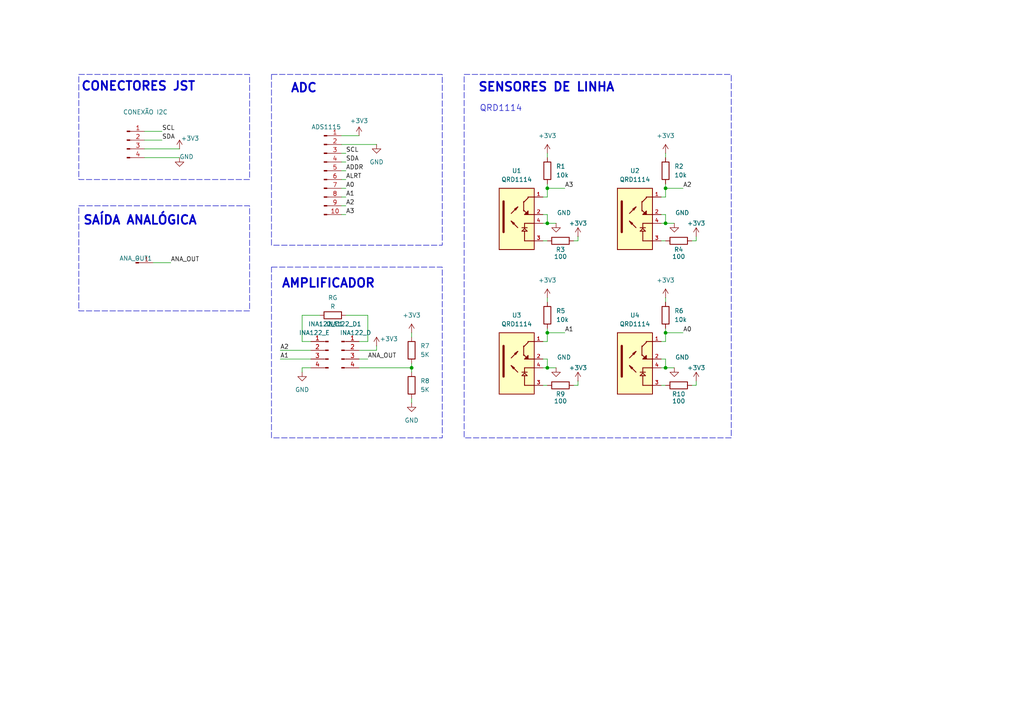
<source format=kicad_sch>
(kicad_sch (version 20231120) (generator "eeschema") (generator_version "8.0")
  (paper "A4")
  (title_block (title "Placa de Sensor BitDogSegue") (date "2024-10-07") (rev "Fruett") (company "FEEC - UNICAMP") (comment 1 "EA076 - Labotarório de Sistemas Embarcados") (comment 2 "RAs: 183451 e 219064") (comment 3 "Nomes: Eduardo Pereira Tejada e José Augusto Braga"))
  (lib_symbols
    (symbol "Connector:Conn_01x01_Pin" (pin_names (offset 1.016) hide)
      (property "Reference" "J" (at 0 2.54 0))
      (property "Value" "Conn_01x01_Pin" (at 0 -2.54 0))
      (symbol "Conn_01x01_Pin_1_1"
        (polyline (pts (xy 1.27 0) (xy 0.8636 0)) (stroke (width 0.1524)))
        (rectangle (start 0.8636 0.127) (end 0 -0.127) (stroke (width 0.1524)) (fill (type outline)))
        (pin passive line (at 5.08 0 180) (length 3.81) (name "Pin_1") (number "1"))
      )
    )
    (symbol "Connector:Conn_01x04_Pin" (pin_names (offset 1.016) hide)
      (property "Reference" "J" (at 0 5.08 0))
      (property "Value" "Conn_01x04_Pin" (at 0 -7.62 0))
      (symbol "Conn_01x04_Pin_1_1"
        (polyline (pts (xy 1.27 -5.08) (xy 0.8636 -5.08)) (stroke (width 0.1524)))
        (polyline (pts (xy 1.27 -2.54) (xy 0.8636 -2.54)) (stroke (width 0.1524)))
        (polyline (pts (xy 1.27 0) (xy 0.8636 0)) (stroke (width 0.1524)))
        (polyline (pts (xy 1.27 2.54) (xy 0.8636 2.54)) (stroke (width 0.1524)))
        (rectangle (start 0.8636 -4.953) (end 0 -5.207) (stroke (width 0.1524)) (fill (type outline)))
        (rectangle (start 0.8636 -2.413) (end 0 -2.667) (stroke (width 0.1524)) (fill (type outline)))
        (rectangle (start 0.8636 0.127) (end 0 -0.127) (stroke (width 0.1524)) (fill (type outline)))
        (rectangle (start 0.8636 2.667) (end 0 2.413) (stroke (width 0.1524)) (fill (type outline)))
        (pin passive line (at 5.08 2.54 180) (length 3.81) (name "Pin_1") (number "1"))
        (pin passive line (at 5.08 0 180) (length 3.81) (name "Pin_2") (number "2"))
        (pin passive line (at 5.08 -2.54 180) (length 3.81) (name "Pin_3") (number "3"))
        (pin passive line (at 5.08 -5.08 180) (length 3.81) (name "Pin_4") (number "4"))
      )
    )
    (symbol "Connector:Conn_01x10_Pin" (pin_names (offset 1.016) hide)
      (property "Reference" "J" (at 0 12.7 0))
      (property "Value" "Conn_01x10_Pin" (at 0 -15.24 0))
      (symbol "Conn_01x10_Pin_1_1"
        (polyline (pts (xy 1.27 -12.7) (xy 0.8636 -12.7)) (stroke (width 0.1524)))
        (polyline (pts (xy 1.27 -10.16) (xy 0.8636 -10.16)) (stroke (width 0.1524)))
        (polyline (pts (xy 1.27 -7.62) (xy 0.8636 -7.62)) (stroke (width 0.1524)))
        (polyline (pts (xy 1.27 -5.08) (xy 0.8636 -5.08)) (stroke (width 0.1524)))
        (polyline (pts (xy 1.27 -2.54) (xy 0.8636 -2.54)) (stroke (width 0.1524)))
        (polyline (pts (xy 1.27 0) (xy 0.8636 0)) (stroke (width 0.1524)))
        (polyline (pts (xy 1.27 2.54) (xy 0.8636 2.54)) (stroke (width 0.1524)))
        (polyline (pts (xy 1.27 5.08) (xy 0.8636 5.08)) (stroke (width 0.1524)))
        (polyline (pts (xy 1.27 7.62) (xy 0.8636 7.62)) (stroke (width 0.1524)))
        (polyline (pts (xy 1.27 10.16) (xy 0.8636 10.16)) (stroke (width 0.1524)))
        (rectangle (start 0.8636 -12.573) (end 0 -12.827) (stroke (width 0.1524)) (fill (type outline)))
        (rectangle (start 0.8636 -10.033) (end 0 -10.287) (stroke (width 0.1524)) (fill (type outline)))
        (rectangle (start 0.8636 -7.493) (end 0 -7.747) (stroke (width 0.1524)) (fill (type outline)))
        (rectangle (start 0.8636 -4.953) (end 0 -5.207) (stroke (width 0.1524)) (fill (type outline)))
        (rectangle (start 0.8636 -2.413) (end 0 -2.667) (stroke (width 0.1524)) (fill (type outline)))
        (rectangle (start 0.8636 0.127) (end 0 -0.127) (stroke (width 0.1524)) (fill (type outline)))
        (rectangle (start 0.8636 2.667) (end 0 2.413) (stroke (width 0.1524)) (fill (type outline)))
        (rectangle (start 0.8636 5.207) (end 0 4.953) (stroke (width 0.1524)) (fill (type outline)))
        (rectangle (start 0.8636 7.747) (end 0 7.493) (stroke (width 0.1524)) (fill (type outline)))
        (rectangle (start 0.8636 10.287) (end 0 10.033) (stroke (width 0.1524)) (fill (type outline)))
        (pin passive line (at 5.08 10.16 180) (length 3.81) (name "Pin_1") (number "1"))
        (pin passive line (at 5.08 -12.7 180) (length 3.81) (name "Pin_10") (number "10"))
        (pin passive line (at 5.08 7.62 180) (length 3.81) (name "Pin_2") (number "2"))
        (pin passive line (at 5.08 5.08 180) (length 3.81) (name "Pin_3") (number "3"))
        (pin passive line (at 5.08 2.54 180) (length 3.81) (name "Pin_4") (number "4"))
        (pin passive line (at 5.08 0 180) (length 3.81) (name "Pin_5") (number "5"))
        (pin passive line (at 5.08 -2.54 180) (length 3.81) (name "Pin_6") (number "6"))
        (pin passive line (at 5.08 -5.08 180) (length 3.81) (name "Pin_7") (number "7"))
        (pin passive line (at 5.08 -7.62 180) (length 3.81) (name "Pin_8") (number "8"))
        (pin passive line (at 5.08 -10.16 180) (length 3.81) (name "Pin_9") (number "9"))
      )
    )
    (symbol "Device:R" (pin_numbers hide) (pin_names (offset 0))
      (property "Reference" "R" (at 2.032 0 90))
      (property "Value" "R" (at 0 0 90))
      (symbol "R_0_1"
        (rectangle (start -1.016 -2.54) (end 1.016 2.54) (stroke (width 0.254)))
      )
      (symbol "R_1_1"
        (pin passive line (at 0 3.81 270) (length 1.27) (name "~") (number "1"))
        (pin passive line (at 0 -3.81 90) (length 1.27) (name "~") (number "2"))
      )
    )
    (symbol "QRD1114:QRD1114" (pin_names (offset 1.016))
      (property "Reference" "U" (at -5.08 10.795 0))
      (property "Value" "QRD1114" (at -5.08 -10.16 0))
      (symbol "QRD1114_0_0"
        (rectangle (start -5.08 -7.62) (end 5.08 10.16) (stroke (width 0.254)) (fill (type background)))
        (polyline (pts (xy -3.81 6.35) (xy -3.81 -2.54)) (stroke (width 0.635)))
        (polyline (pts (xy -1.5875 0.635) (xy -0.9525 -0.3175)) (stroke (width 0.254)))
        (polyline (pts (xy -1.5875 0.635) (xy -0.635 0)) (stroke (width 0.254)))
        (polyline (pts (xy -1.5875 2.8575) (xy 0.3175 4.7625)) (stroke (width 0.254)))
        (polyline (pts (xy 0.3175 -1.27) (xy -1.5875 0.635)) (stroke (width 0.254)))
        (polyline (pts (xy 0.3175 4.7625) (xy -0.635 4.1275)) (stroke (width 0.254)))
        (polyline (pts (xy 0.3175 4.7625) (xy -0.3175 3.81)) (stroke (width 0.254)))
        (polyline (pts (xy 2.032 3.81) (xy 2.032 3.556)) (stroke (width 0.254)))
        (polyline (pts (xy 2.032 3.81) (xy 3.302 2.54)) (stroke (width 0.254)))
        (polyline (pts (xy 2.032 6.096) (xy 2.032 3.81)) (stroke (width 0.254)))
        (polyline (pts (xy 2.032 6.096) (xy 2.032 6.35)) (stroke (width 0.254)))
        (polyline (pts (xy 2.286 -5.08) (xy 2.286 -2.286)) (stroke (width 0.254)))
        (polyline (pts (xy 2.286 -2.286) (xy 1.524 -2.286)) (stroke (width 0.254)))
        (polyline (pts (xy 2.286 -2.286) (xy 3.048 -2.286)) (stroke (width 0.254)))
        (polyline (pts (xy 2.286 -1.524) (xy 1.524 -2.286)) (stroke (width 0.254)))
        (polyline (pts (xy 2.286 -1.27) (xy 2.286 0)) (stroke (width 0.254)))
        (polyline (pts (xy 2.286 0) (xy 5.08 0)) (stroke (width 0.254)))
        (polyline (pts (xy 2.286 2.54) (xy 3.048 2.54)) (stroke (width 0.254)))
        (polyline (pts (xy 2.54 2.794) (xy 2.286 2.54)) (stroke (width 0.254)))
        (polyline (pts (xy 2.54 2.794) (xy 2.794 2.794)) (stroke (width 0.254)))
        (polyline (pts (xy 2.794 2.794) (xy 3.048 2.54)) (stroke (width 0.254)))
        (polyline (pts (xy 3.048 -2.286) (xy 2.286 -1.524)) (stroke (width 0.254)))
        (polyline (pts (xy 3.048 -1.27) (xy 1.524 -1.27)) (stroke (width 0.254)))
        (polyline (pts (xy 3.048 2.54) (xy 3.048 3.048)) (stroke (width 0.254)))
        (polyline (pts (xy 3.048 2.54) (xy 3.302 2.54)) (stroke (width 0.254)))
        (polyline (pts (xy 3.048 3.048) (xy 2.794 2.794)) (stroke (width 0.254)))
        (polyline (pts (xy 3.048 3.048) (xy 3.302 3.302)) (stroke (width 0.254)))
        (polyline (pts (xy 3.302 2.54) (xy 3.302 2.794)) (stroke (width 0.254)))
        (polyline (pts (xy 3.302 2.54) (xy 5.08 2.54)) (stroke (width 0.254)))
        (polyline (pts (xy 3.302 2.794) (xy 3.048 3.048)) (stroke (width 0.254)))
        (polyline (pts (xy 3.302 2.794) (xy 3.302 3.302)) (stroke (width 0.254)))
        (polyline (pts (xy 3.302 3.302) (xy 3.302 3.556)) (stroke (width 0.254)))
        (polyline (pts (xy 3.302 3.556) (xy 2.54 2.794)) (stroke (width 0.254)))
        (polyline (pts (xy 3.302 7.366) (xy 2.032 6.096)) (stroke (width 0.254)))
        (polyline (pts (xy 3.302 7.62) (xy 3.302 7.366)) (stroke (width 0.254)))
        (polyline (pts (xy 5.08 -5.08) (xy 2.286 -5.08)) (stroke (width 0.254)))
        (polyline (pts (xy 5.08 7.62) (xy 3.302 7.62)) (stroke (width 0.254)))
        (pin passive line (at 7.62 7.62 180) (length 2.54) (name "~") (number "1"))
        (pin passive line (at 7.62 2.54 180) (length 2.54) (name "~") (number "2"))
        (pin passive line (at 7.62 -5.08 180) (length 2.54) (name "~") (number "3"))
        (pin passive line (at 7.62 0 180) (length 2.54) (name "~") (number "4"))
      )
    )
    (symbol "power:+3.3V" (power) (pin_numbers hide) (pin_names (offset 0) hide)
      (property "Value" "+3.3V" (at 0 3.556 0))
      (symbol "+3.3V_0_1"
        (polyline (pts (xy -0.762 1.27) (xy 0 2.54)))
        (polyline (pts (xy 0 0) (xy 0 2.54)))
        (polyline (pts (xy 0 2.54) (xy 0.762 1.27)))
      )
      (symbol "+3.3V_1_1"
        (pin power_in line (at 0 0 90) (length 0) (name "~") (number "1"))
      )
    )
    (symbol "power:+3V3" (power) (pin_numbers hide) (pin_names (offset 0) hide)
      (property "Value" "+3V3" (at 0 3.556 0))
      (symbol "+3V3_0_1"
        (polyline (pts (xy -0.762 1.27) (xy 0 2.54)))
        (polyline (pts (xy 0 0) (xy 0 2.54)))
        (polyline (pts (xy 0 2.54) (xy 0.762 1.27)))
      )
      (symbol "+3V3_1_1"
        (pin power_in line (at 0 0 90) (length 0) (name "~") (number "1"))
      )
    )
    (symbol "power:+5V" (power) (pin_numbers hide) (pin_names (offset 0) hide)
      (property "Value" "+5V" (at 0 3.556 0))
      (symbol "+5V_0_1"
        (polyline (pts (xy -0.762 1.27) (xy 0 2.54)))
        (polyline (pts (xy 0 0) (xy 0 2.54)))
        (polyline (pts (xy 0 2.54) (xy 0.762 1.27)))
      )
      (symbol "+5V_1_1"
        (pin power_in line (at 0 0 90) (length 0) (name "~") (number "1"))
      )
    )
    (symbol "power:GND" (power) (pin_numbers hide) (pin_names (offset 0) hide)
      (property "Value" "GND" (at 0 -3.81 0))
      (symbol "GND_0_1"
        (polyline (pts (xy 0 0) (xy 0 -1.27) (xy 1.27 -1.27) (xy 0 -2.54) (xy -1.27 -1.27) (xy 0 -1.27)))
      )
      (symbol "GND_1_1"
        (pin power_in line (at 0 0 270) (length 0) (name "~") (number "1"))
      )
    )
  )
  (junction (at 193.04 54.61))
  (junction (at 193.04 106.68))
  (junction (at 119.38 106.68))
  (junction (at 193.04 64.77))
  (junction (at 158.75 96.52))
  (junction (at 193.04 96.52))
  (junction (at 158.75 106.68))
  (junction (at 158.75 54.61))
  (junction (at 158.75 64.77))
  (wire (pts (xy 158.75 54.61) (xy 163.83 54.61)))
  (wire (pts (xy 191.77 57.15) (xy 193.04 57.15)))
  (wire (pts (xy 191.77 106.68) (xy 193.04 106.68)))
  (wire (pts (xy 87.63 91.44) (xy 92.71 91.44)))
  (wire (pts (xy 193.04 62.23) (xy 193.04 64.77)))
  (wire (pts (xy 104.14 101.6) (xy 109.22 101.6)))
  (wire (pts (xy 157.48 69.85) (xy 158.75 69.85)))
  (wire (pts (xy 157.48 64.77) (xy 158.75 64.77)))
  (wire (pts (xy 158.75 86.36) (xy 158.75 87.63)))
  (wire (pts (xy 158.75 106.68) (xy 161.29 106.68)))
  (wire (pts (xy 99.06 62.23) (xy 100.33 62.23)))
  (wire (pts (xy 104.14 106.68) (xy 119.38 106.68)))
  (wire (pts (xy 193.04 106.68) (xy 195.58 106.68)))
  (wire (pts (xy 157.48 111.76) (xy 158.75 111.76)))
  (wire (pts (xy 193.04 96.52) (xy 193.04 95.25)))
  (wire (pts (xy 87.63 99.06) (xy 87.63 91.44)))
  (wire (pts (xy 157.48 62.23) (xy 158.75 62.23)))
  (wire (pts (xy 106.68 91.44) (xy 106.68 99.06)))
  (wire (pts (xy 166.37 111.76) (xy 167.64 111.76)))
  (wire (pts (xy 166.37 69.85) (xy 167.64 69.85)))
  (wire (pts (xy 157.48 99.06) (xy 158.75 99.06)))
  (wire (pts (xy 100.33 91.44) (xy 106.68 91.44)))
  (wire (pts (xy 99.06 59.69) (xy 100.33 59.69)))
  (wire (pts (xy 167.64 69.85) (xy 167.64 68.58)))
  (wire (pts (xy 99.06 57.15) (xy 100.33 57.15)))
  (wire (pts (xy 99.06 49.53) (xy 100.33 49.53)))
  (wire (pts (xy 81.28 101.6) (xy 90.17 101.6)))
  (wire (pts (xy 157.48 57.15) (xy 158.75 57.15)))
  (wire (pts (xy 119.38 96.52) (xy 119.38 97.79)))
  (wire (pts (xy 41.91 38.1) (xy 46.99 38.1)))
  (wire (pts (xy 81.28 104.14) (xy 90.17 104.14)))
  (wire (pts (xy 158.75 96.52) (xy 158.75 95.25)))
  (wire (pts (xy 193.04 86.36) (xy 193.04 87.63)))
  (wire (pts (xy 201.93 69.85) (xy 201.93 68.58)))
  (wire (pts (xy 193.04 44.45) (xy 193.04 45.72)))
  (wire (pts (xy 99.06 41.91) (xy 109.22 41.91)))
  (wire (pts (xy 87.63 106.68) (xy 87.63 107.95)))
  (wire (pts (xy 41.91 45.72) (xy 52.07 45.72)))
  (wire (pts (xy 119.38 105.41) (xy 119.38 106.68)))
  (wire (pts (xy 193.04 57.15) (xy 193.04 54.61)))
  (wire (pts (xy 158.75 62.23) (xy 158.75 64.77)))
  (wire (pts (xy 41.91 40.64) (xy 46.99 40.64)))
  (wire (pts (xy 157.48 104.14) (xy 158.75 104.14)))
  (wire (pts (xy 119.38 106.68) (xy 119.38 107.95)))
  (wire (pts (xy 191.77 99.06) (xy 193.04 99.06)))
  (wire (pts (xy 191.77 64.77) (xy 193.04 64.77)))
  (wire (pts (xy 90.17 106.68) (xy 87.63 106.68)))
  (wire (pts (xy 191.77 62.23) (xy 193.04 62.23)))
  (wire (pts (xy 44.45 76.2) (xy 49.53 76.2)))
  (wire (pts (xy 99.06 46.99) (xy 100.33 46.99)))
  (wire (pts (xy 193.04 64.77) (xy 195.58 64.77)))
  (wire (pts (xy 158.75 54.61) (xy 158.75 53.34)))
  (wire (pts (xy 158.75 44.45) (xy 158.75 45.72)))
  (wire (pts (xy 200.66 69.85) (xy 201.93 69.85)))
  (wire (pts (xy 109.22 101.6) (xy 109.22 100.33)))
  (wire (pts (xy 158.75 57.15) (xy 158.75 54.61)))
  (wire (pts (xy 167.64 111.76) (xy 167.64 110.49)))
  (wire (pts (xy 99.06 44.45) (xy 100.33 44.45)))
  (wire (pts (xy 201.93 111.76) (xy 201.93 110.49)))
  (wire (pts (xy 193.04 104.14) (xy 193.04 106.68)))
  (wire (pts (xy 193.04 54.61) (xy 193.04 53.34)))
  (wire (pts (xy 193.04 54.61) (xy 198.12 54.61)))
  (wire (pts (xy 41.91 43.18) (xy 52.07 43.18)))
  (wire (pts (xy 119.38 115.57) (xy 119.38 116.84)))
  (wire (pts (xy 158.75 99.06) (xy 158.75 96.52)))
  (wire (pts (xy 99.06 54.61) (xy 100.33 54.61)))
  (wire (pts (xy 99.06 39.37) (xy 104.14 39.37)))
  (wire (pts (xy 90.17 99.06) (xy 87.63 99.06)))
  (wire (pts (xy 193.04 96.52) (xy 198.12 96.52)))
  (wire (pts (xy 106.68 99.06) (xy 104.14 99.06)))
  (wire (pts (xy 158.75 64.77) (xy 161.29 64.77)))
  (wire (pts (xy 104.14 104.14) (xy 106.68 104.14)))
  (wire (pts (xy 157.48 106.68) (xy 158.75 106.68)))
  (wire (pts (xy 99.06 52.07) (xy 100.33 52.07)))
  (wire (pts (xy 158.75 104.14) (xy 158.75 106.68)))
  (wire (pts (xy 200.66 111.76) (xy 201.93 111.76)))
  (wire (pts (xy 191.77 111.76) (xy 193.04 111.76)))
  (wire (pts (xy 191.77 104.14) (xy 193.04 104.14)))
  (wire (pts (xy 158.75 96.52) (xy 163.83 96.52)))
  (wire (pts (xy 191.77 69.85) (xy 193.04 69.85)))
  (wire (pts (xy 193.04 99.06) (xy 193.04 96.52)))
  (rectangle (start 134.62 21.59) (end 212.09 127) (stroke (width 0) (type dash)))
  (rectangle (start 78.74 21.59) (end 128.27 71.12) (stroke (width 0) (type dash)))
  (rectangle (start 78.74 77.47) (end 128.27 127) (stroke (width 0) (type dash)))
  (rectangle (start 22.86 59.69) (end 72.39 90.17) (stroke (width 0) (type dash)))
  (rectangle (start 22.86 21.59) (end 72.39 52.07) (stroke (width 0) (type dash)))
  (text "ADC" (at 88.138 25.654 0) (effects (font (size 2.54 2.54) (thickness 0.508) (bold yes))))
  (text "SAÍDA ANALÓGICA" (at 40.64 64.008 0) (effects (font (size 2.54 2.54) (thickness 0.508) (bold yes))))
  (text "SENSORES DE LINHA" (at 158.496 25.4 0) (effects (font (size 2.54 2.54) (thickness 0.508) (bold yes))))
  (text "QRD1114" (at 145.288 31.496 0) (effects (font (size 1.778 1.778))))
  (text "CONECTORES JST" (at 40.132 25.146 0) (effects (font (size 2.54 2.54) (thickness 0.508) (bold yes))))
  (text "AMPLIFICADOR" (at 95.25 82.296 0) (effects (font (size 2.54 2.54) (thickness 0.508) (bold yes))))
  (label "A0" (at 198.12 96.52 0))
  (label "A2" (at 81.28 101.6 0))
  (label "A2" (at 198.12 54.61 0))
  (label "SDA" (at 100.33 46.99 0))
  (label "A3" (at 163.83 54.61 0))
  (label "A2" (at 100.33 59.69 0))
  (label "ADDR" (at 100.33 49.53 0))
  (label "A1" (at 163.83 96.52 0))
  (label "ANA_OUT" (at 106.68 104.14 0))
  (label "ALRT" (at 100.33 52.07 0))
  (label "A1" (at 81.28 104.14 0))
  (label "SCL" (at 100.33 44.45 0))
  (label "ANA_OUT" (at 49.53 76.2 0))
  (label "A3" (at 100.33 62.23 0))
  (label "SDA" (at 46.99 40.64 0))
  (label "A0" (at 100.33 54.61 0))
  (label "SCL" (at 46.99 38.1 0))
  (label "A1" (at 100.33 57.15 0))
  (symbol (lib_id "Device:R") (at 162.56 69.85 90) (unit 1)
    (property "Reference" "R3" (at 162.56 72.39 90))
    (property "Value" "100" (at 162.56 74.422 90))
    (property "Footprint" "Resistor_THT:R_Axial_DIN0207_L6.3mm_D2.5mm_P7.62mm_Horizontal" (effects (hide yes)))
    (property "Description" "Resistor" (effects (hide yes)))
  )
  (symbol (lib_id "Device:R") (at 96.52 91.44 90) (unit 1)
    (property "Reference" "RG" (at 96.52 86.36 90))
    (property "Value" "R" (at 96.52 88.9 90))
    (property "Footprint" "Resistor_THT:R_Axial_DIN0207_L6.3mm_D2.5mm_P7.62mm_Horizontal" (effects (hide yes)))
    (property "Description" "Resistor" (effects (hide yes)))
  )
  (symbol (lib_id "QRD1114:QRD1114") (at 149.86 64.77 0) (unit 1)
    (property "Reference" "U1" (at 149.86 49.53 0))
    (property "Value" "QRD1114" (at 149.86 52.07 0))
    (property "Footprint" "QRD2:ONS_QRD1114" (effects (hide yes)))
    (property "MF" "ON Semiconductor / Fairchild" (effects (hide yes)))
    (property "DIGI-KEY_PURCHASE_URL" "https://www.digikey.com.ua/product-detail/en/on-semiconductor/QRD1114/QRD1114-ND/187536?utm_source=snapeda&utm_medium=aggregator&utm_campaign=symbol" (effects (hide yes)))
    (property "DESCRIPTION" "QRD1114 Series 30 V 50 mA Phototransistor Reflective Object Sensor" (effects (hide yes)))
    (property "PACKAGE" "Radial-4 ON Semiconductor" (effects (hide yes)))
    (property "Price" "None" (effects (hide yes)))
    (property "Package" "NON-STANDARD-4 ON Semiconductor" (effects (hide yes)))
    (property "Check_prices" "https://www.snapeda.com/parts/QRD1114/Fairchild+Semiconductor/view-part/?ref=eda" (effects (hide yes)))
    (property "STANDARD" "IPC-7251" (effects (hide yes)))
    (property "PARTREV" "1.3.0" (effects (hide yes)))
    (property "SnapEDA_Link" "https://www.snapeda.com/parts/QRD1114/Fairchild+Semiconductor/view-part/?ref=snap" (effects (hide yes)))
    (property "MP" "QRD1114" (effects (hide yes)))
    (property "Description_1" "\nOptical Switches, Reflective, Phototransistor Output PHOTO TRANS\n" (effects (hide yes)))
    (property "DIGI-KEY_PART_NUMBER" "QRD1114-ND" (effects (hide yes)))
    (property "Availability" "In Stock" (effects (hide yes)))
    (property "MANUFACTURER" "ON Semiconductor" (effects (hide yes)))
  )
  (symbol (lib_id "power:+5V") (at 158.75 86.36 0) (unit 1)
    (property "Reference" "#PWR021" (effects (hide yes)))
    (property "Value" "+3V3" (at 158.75 81.28 0))
    (property "Description" "Power symbol creates a global label with name \"+5V\"" (effects (hide yes)))
  )
  (symbol (lib_id "power:+5V") (at 167.64 110.49 0) (unit 1)
    (property "Reference" "#PWR029" (effects (hide yes)))
    (property "Value" "+3V3" (at 167.64 106.68 0))
    (property "Description" "Power symbol creates a global label with name \"+5V\"" (effects (hide yes)))
  )
  (symbol (lib_id "QRD1114:QRD1114") (at 184.15 106.68 0) (unit 1)
    (property "Reference" "U4" (at 184.15 91.44 0))
    (property "Value" "QRD1114" (at 184.15 93.98 0))
    (property "Footprint" "QRD2:ONS_QRD1114" (effects (hide yes)))
    (property "MF" "ON Semiconductor / Fairchild" (effects (hide yes)))
    (property "DIGI-KEY_PURCHASE_URL" "https://www.digikey.com.ua/product-detail/en/on-semiconductor/QRD1114/QRD1114-ND/187536?utm_source=snapeda&utm_medium=aggregator&utm_campaign=symbol" (effects (hide yes)))
    (property "DESCRIPTION" "QRD1114 Series 30 V 50 mA Phototransistor Reflective Object Sensor" (effects (hide yes)))
    (property "PACKAGE" "Radial-4 ON Semiconductor" (effects (hide yes)))
    (property "Price" "None" (effects (hide yes)))
    (property "Package" "NON-STANDARD-4 ON Semiconductor" (effects (hide yes)))
    (property "Check_prices" "https://www.snapeda.com/parts/QRD1114/Fairchild+Semiconductor/view-part/?ref=eda" (effects (hide yes)))
    (property "STANDARD" "IPC-7251" (effects (hide yes)))
    (property "PARTREV" "1.3.0" (effects (hide yes)))
    (property "SnapEDA_Link" "https://www.snapeda.com/parts/QRD1114/Fairchild+Semiconductor/view-part/?ref=snap" (effects (hide yes)))
    (property "MP" "QRD1114" (effects (hide yes)))
    (property "Description_1" "\nOptical Switches, Reflective, Phototransistor Output PHOTO TRANS\n" (effects (hide yes)))
    (property "DIGI-KEY_PART_NUMBER" "QRD1114-ND" (effects (hide yes)))
    (property "Availability" "In Stock" (effects (hide yes)))
    (property "MANUFACTURER" "ON Semiconductor" (effects (hide yes)))
  )
  (symbol (lib_id "power:+3V3") (at 52.07 43.18 0) (unit 1)
    (property "Reference" "#PWR02" (effects (hide yes)))
    (property "Value" "+3V3" (at 55.118 40.132 0))
    (property "Description" "Power symbol creates a global label with name \"+3V3\"" (effects (hide yes)))
  )
  (symbol (lib_id "power:GND") (at 161.29 64.77 0) (unit 1)
    (property "Reference" "#PWR016" (effects (hide yes)))
    (property "Value" "GND" (at 163.576 61.722 0))
    (property "Description" "Power symbol creates a global label with name \"GND\" , ground" (effects (hide yes)))
  )
  (symbol (lib_id "power:+5V") (at 201.93 68.58 0) (unit 1)
    (property "Reference" "#PWR019" (effects (hide yes)))
    (property "Value" "+3V3" (at 201.93 64.77 0))
    (property "Description" "Power symbol creates a global label with name \"+5V\"" (effects (hide yes)))
  )
  (symbol (lib_id "power:GND") (at 87.63 107.95 0) (unit 1)
    (property "Reference" "#PWR027" (effects (hide yes)))
    (property "Value" "GND" (at 87.63 113.03 0))
    (property "Description" "Power symbol creates a global label with name \"GND\" , ground" (effects (hide yes)))
  )
  (symbol (lib_id "power:GND") (at 119.38 116.84 0) (unit 1)
    (property "Reference" "#PWR032" (effects (hide yes)))
    (property "Value" "GND" (at 119.38 121.92 0))
    (property "Description" "Power symbol creates a global label with name \"GND\" , ground" (effects (hide yes)))
  )
  (symbol (lib_id "Device:R") (at 196.85 111.76 90) (unit 1)
    (property "Reference" "R10" (at 196.85 114.3 90))
    (property "Value" "100" (at 196.85 116.332 90))
    (property "Footprint" "Resistor_THT:R_Axial_DIN0207_L6.3mm_D2.5mm_P7.62mm_Horizontal" (effects (hide yes)))
    (property "Description" "Resistor" (effects (hide yes)))
  )
  (symbol (lib_id "power:+3V3") (at 119.38 96.52 0) (unit 1)
    (property "Reference" "#PWR023" (effects (hide yes)))
    (property "Value" "+3V3" (at 119.38 91.44 0))
    (property "Description" "Power symbol creates a global label with name \"+3V3\"" (effects (hide yes)))
  )
  (symbol (lib_id "QRD1114:QRD1114") (at 184.15 64.77 0) (unit 1)
    (property "Reference" "U2" (at 184.15 49.53 0))
    (property "Value" "QRD1114" (at 184.15 52.07 0))
    (property "Footprint" "QRD2:ONS_QRD1114" (effects (hide yes)))
    (property "MF" "ON Semiconductor / Fairchild" (effects (hide yes)))
    (property "DIGI-KEY_PURCHASE_URL" "https://www.digikey.com.ua/product-detail/en/on-semiconductor/QRD1114/QRD1114-ND/187536?utm_source=snapeda&utm_medium=aggregator&utm_campaign=symbol" (effects (hide yes)))
    (property "DESCRIPTION" "QRD1114 Series 30 V 50 mA Phototransistor Reflective Object Sensor" (effects (hide yes)))
    (property "PACKAGE" "Radial-4 ON Semiconductor" (effects (hide yes)))
    (property "Price" "None" (effects (hide yes)))
    (property "Package" "NON-STANDARD-4 ON Semiconductor" (effects (hide yes)))
    (property "Check_prices" "https://www.snapeda.com/parts/QRD1114/Fairchild+Semiconductor/view-part/?ref=eda" (effects (hide yes)))
    (property "STANDARD" "IPC-7251" (effects (hide yes)))
    (property "PARTREV" "1.3.0" (effects (hide yes)))
    (property "SnapEDA_Link" "https://www.snapeda.com/parts/QRD1114/Fairchild+Semiconductor/view-part/?ref=snap" (effects (hide yes)))
    (property "MP" "QRD1114" (effects (hide yes)))
    (property "Description_1" "\nOptical Switches, Reflective, Phototransistor Output PHOTO TRANS\n" (effects (hide yes)))
    (property "DIGI-KEY_PART_NUMBER" "QRD1114-ND" (effects (hide yes)))
    (property "Availability" "In Stock" (effects (hide yes)))
    (property "MANUFACTURER" "ON Semiconductor" (effects (hide yes)))
  )
  (symbol (lib_id "power:GND") (at 195.58 64.77 0) (unit 1)
    (property "Reference" "#PWR017" (effects (hide yes)))
    (property "Value" "GND" (at 197.866 61.722 0))
    (property "Description" "Power symbol creates a global label with name \"GND\" , ground" (effects (hide yes)))
  )
  (symbol (lib_id "power:GND") (at 52.07 45.72 0) (unit 1)
    (property "Reference" "#PWR01" (effects (hide yes)))
    (property "Value" "GND" (at 54.102 45.466 0))
    (property "Description" "Power symbol creates a global label with name \"GND\" , ground" (effects (hide yes)))
  )
  (symbol (lib_id "Device:R") (at 193.04 49.53 0) (unit 1)
    (property "Reference" "R2" (at 195.58 48.2599 0) (effects (justify left)))
    (property "Value" "10k" (at 195.58 50.7999 0) (effects (justify left)))
    (property "Footprint" "Resistor_THT:R_Axial_DIN0207_L6.3mm_D2.5mm_P7.62mm_Horizontal" (effects (hide yes)))
    (property "Description" "Resistor" (effects (hide yes)))
  )
  (symbol (lib_id "Connector:Conn_01x04_Pin") (at 99.06 101.6 0) (unit 1)
    (property "Reference" "INA122_D1" (at 99.695 93.98 0))
    (property "Value" "INA122_D" (at 103.124 96.52 0))
    (property "Footprint" "Connector_PinHeader_2.54mm:PinHeader_1x04_P2.54mm_Vertical" (effects (hide yes)))
    (property "Description" "Generic connector, single row, 01x04, script generated" (effects (hide yes)))
  )
  (symbol (lib_id "power:+5V") (at 201.93 110.49 0) (unit 1)
    (property "Reference" "#PWR030" (effects (hide yes)))
    (property "Value" "+3V3" (at 201.93 106.68 0))
    (property "Description" "Power symbol creates a global label with name \"+5V\"" (effects (hide yes)))
  )
  (symbol (lib_id "Device:R") (at 119.38 111.76 0) (unit 1)
    (property "Reference" "R8" (at 121.92 110.4899 0) (effects (justify left)))
    (property "Value" "5K" (at 121.92 113.0299 0) (effects (justify left)))
    (property "Footprint" "Resistor_THT:R_Axial_DIN0207_L6.3mm_D2.5mm_P7.62mm_Horizontal" (effects (hide yes)))
    (property "Description" "Resistor" (effects (hide yes)))
  )
  (symbol (lib_id "power:GND") (at 109.22 41.91 0) (unit 1)
    (property "Reference" "#PWR08" (effects (hide yes)))
    (property "Value" "GND" (at 109.22 46.99 0))
    (property "Description" "Power symbol creates a global label with name \"GND\" , ground" (effects (hide yes)))
  )
  (symbol (lib_id "Connector:Conn_01x01_Pin") (at 39.37 76.2 0) (unit 1)
    (property "Reference" "ANA_OUT1" (at 39.37 74.93 0))
    (property "Value" "~" (at 40.005 74.93 0))
    (property "Footprint" "Connector_PinHeader_1.00mm:PinHeader_1x01_P1.00mm_Vertical" (effects (hide yes)))
    (property "Description" "Generic connector, single row, 01x01, script generated" (effects (hide yes)))
  )
  (symbol (lib_id "QRD1114:QRD1114") (at 149.86 106.68 0) (unit 1)
    (property "Reference" "U3" (at 149.86 91.44 0))
    (property "Value" "QRD1114" (at 149.86 93.98 0))
    (property "Footprint" "QRD2:ONS_QRD1114" (effects (hide yes)))
    (property "MF" "ON Semiconductor / Fairchild" (effects (hide yes)))
    (property "DIGI-KEY_PURCHASE_URL" "https://www.digikey.com.ua/product-detail/en/on-semiconductor/QRD1114/QRD1114-ND/187536?utm_source=snapeda&utm_medium=aggregator&utm_campaign=symbol" (effects (hide yes)))
    (property "DESCRIPTION" "QRD1114 Series 30 V 50 mA Phototransistor Reflective Object Sensor" (effects (hide yes)))
    (property "PACKAGE" "Radial-4 ON Semiconductor" (effects (hide yes)))
    (property "Price" "None" (effects (hide yes)))
    (property "Package" "NON-STANDARD-4 ON Semiconductor" (effects (hide yes)))
    (property "Check_prices" "https://www.snapeda.com/parts/QRD1114/Fairchild+Semiconductor/view-part/?ref=eda" (effects (hide yes)))
    (property "STANDARD" "IPC-7251" (effects (hide yes)))
    (property "PARTREV" "1.3.0" (effects (hide yes)))
    (property "SnapEDA_Link" "https://www.snapeda.com/parts/QRD1114/Fairchild+Semiconductor/view-part/?ref=snap" (effects (hide yes)))
    (property "MP" "QRD1114" (effects (hide yes)))
    (property "Description_1" "\nOptical Switches, Reflective, Phototransistor Output PHOTO TRANS\n" (effects (hide yes)))
    (property "DIGI-KEY_PART_NUMBER" "QRD1114-ND" (effects (hide yes)))
    (property "Availability" "In Stock" (effects (hide yes)))
    (property "MANUFACTURER" "ON Semiconductor" (effects (hide yes)))
  )
  (symbol (lib_id "Device:R") (at 158.75 49.53 0) (unit 1)
    (property "Reference" "R1" (at 161.29 48.2599 0) (effects (justify left)))
    (property "Value" "10k" (at 161.29 50.7999 0) (effects (justify left)))
    (property "Footprint" "Resistor_THT:R_Axial_DIN0207_L6.3mm_D2.5mm_P7.62mm_Horizontal" (effects (hide yes)))
    (property "Description" "Resistor" (effects (hide yes)))
  )
  (symbol (lib_id "power:+5V") (at 104.14 39.37 0) (unit 1)
    (property "Reference" "#PWR07" (effects (hide yes)))
    (property "Value" "+3V3" (at 104.14 35.052 0))
    (property "Description" "Power symbol creates a global label with name \"+5V\"" (effects (hide yes)))
  )
  (symbol (lib_id "Connector:Conn_01x04_Pin") (at 95.25 101.6 0) (mirror y) (unit 1)
    (property "Reference" "INA122_E1" (at 94.488 93.98 0))
    (property "Value" "INA122_E" (at 91.186 96.52 0))
    (property "Footprint" "Connector_PinHeader_2.54mm:PinHeader_1x04_P2.54mm_Vertical" (effects (hide yes)))
    (property "Description" "Generic connector, single row, 01x04, script generated" (effects (hide yes)))
  )
  (symbol (lib_id "Device:R") (at 196.85 69.85 90) (unit 1)
    (property "Reference" "R4" (at 196.85 72.39 90))
    (property "Value" "100" (at 196.85 74.422 90))
    (property "Footprint" "Resistor_THT:R_Axial_DIN0207_L6.3mm_D2.5mm_P7.62mm_Horizontal" (effects (hide yes)))
    (property "Description" "Resistor" (effects (hide yes)))
  )
  (symbol (lib_id "power:+5V") (at 167.64 68.58 0) (unit 1)
    (property "Reference" "#PWR018" (effects (hide yes)))
    (property "Value" "+3V3" (at 167.64 64.77 0))
    (property "Description" "Power symbol creates a global label with name \"+5V\"" (effects (hide yes)))
  )
  (symbol (lib_id "power:+3.3V") (at 109.22 100.33 0) (unit 1)
    (property "Reference" "#PWR024" (effects (hide yes)))
    (property "Value" "+3V3" (at 112.776 98.298 0))
    (property "Description" "Power symbol creates a global label with name \"+3.3V\"" (effects (hide yes)))
  )
  (symbol (lib_id "power:+5V") (at 193.04 44.45 0) (unit 1)
    (property "Reference" "#PWR013" (effects (hide yes)))
    (property "Value" "+3V3" (at 193.04 39.37 0))
    (property "Description" "Power symbol creates a global label with name \"+5V\"" (effects (hide yes)))
  )
  (symbol (lib_id "Device:R") (at 119.38 101.6 0) (unit 1)
    (property "Reference" "R7" (at 121.92 100.3299 0) (effects (justify left)))
    (property "Value" "5K" (at 121.92 102.8699 0) (effects (justify left)))
    (property "Footprint" "Resistor_THT:R_Axial_DIN0207_L6.3mm_D2.5mm_P7.62mm_Horizontal" (effects (hide yes)))
    (property "Description" "Resistor" (effects (hide yes)))
  )
  (symbol (lib_id "Connector:Conn_01x10_Pin") (at 93.98 49.53 0) (unit 1)
    (property "Reference" "ADS1115" (effects (hide yes)))
    (property "Value" "ADS1115" (at 94.615 36.83 0))
    (property "Footprint" "Connector_PinHeader_2.54mm:PinHeader_1x10_P2.54mm_Vertical" (effects (hide yes)))
    (property "Description" "Generic connector, single row, 01x10, script generated" (effects (hide yes)))
  )
  (symbol (lib_id "power:+5V") (at 158.75 44.45 0) (unit 1)
    (property "Reference" "#PWR012" (effects (hide yes)))
    (property "Value" "+3V3" (at 158.75 39.37 0))
    (property "Description" "Power symbol creates a global label with name \"+5V\"" (effects (hide yes)))
  )
  (symbol (lib_id "Device:R") (at 158.75 91.44 0) (unit 1)
    (property "Reference" "R5" (at 161.29 90.1699 0) (effects (justify left)))
    (property "Value" "10k" (at 161.29 92.7099 0) (effects (justify left)))
    (property "Footprint" "Resistor_THT:R_Axial_DIN0207_L6.3mm_D2.5mm_P7.62mm_Horizontal" (effects (hide yes)))
    (property "Description" "Resistor" (effects (hide yes)))
  )
  (symbol (lib_id "Device:R") (at 162.56 111.76 90) (unit 1)
    (property "Reference" "R9" (at 162.56 114.3 90))
    (property "Value" "100" (at 162.56 116.332 90))
    (property "Footprint" "Resistor_THT:R_Axial_DIN0207_L6.3mm_D2.5mm_P7.62mm_Horizontal" (effects (hide yes)))
    (property "Description" "Resistor" (effects (hide yes)))
  )
  (symbol (lib_id "power:+5V") (at 193.04 86.36 0) (unit 1)
    (property "Reference" "#PWR022" (effects (hide yes)))
    (property "Value" "+3V3" (at 193.04 81.28 0))
    (property "Description" "Power symbol creates a global label with name \"+5V\"" (effects (hide yes)))
  )
  (symbol (lib_id "power:GND") (at 161.29 106.68 0) (unit 1)
    (property "Reference" "#PWR025" (effects (hide yes)))
    (property "Value" "GND" (at 163.576 103.632 0))
    (property "Description" "Power symbol creates a global label with name \"GND\" , ground" (effects (hide yes)))
  )
  (symbol (lib_id "Connector:Conn_01x04_Pin") (at 36.83 40.64 0) (unit 1)
    (property "Reference" "CONEXÃO-I2C1" (effects (hide yes)))
    (property "Value" "CONEXÃO I2C" (at 42.164 32.512 0))
    (property "Footprint" "Connector_JST:JST_EH_B4B-EH-A_1x04_P2.50mm_Vertical" (effects (hide yes)))
    (property "Description" "Generic connector, single row, 01x04, script generated" (effects (hide yes)))
  )
  (symbol (lib_id "Device:R") (at 193.04 91.44 0) (unit 1)
    (property "Reference" "R6" (at 195.58 90.1699 0) (effects (justify left)))
    (property "Value" "10k" (at 195.58 92.7099 0) (effects (justify left)))
    (property "Footprint" "Resistor_THT:R_Axial_DIN0207_L6.3mm_D2.5mm_P7.62mm_Horizontal" (effects (hide yes)))
    (property "Description" "Resistor" (effects (hide yes)))
  )
  (symbol (lib_id "power:GND") (at 195.58 106.68 0) (unit 1)
    (property "Reference" "#PWR026" (effects (hide yes)))
    (property "Value" "GND" (at 197.866 103.632 0))
    (property "Description" "Power symbol creates a global label with name \"GND\" , ground" (effects (hide yes)))
  )
)
</source>
